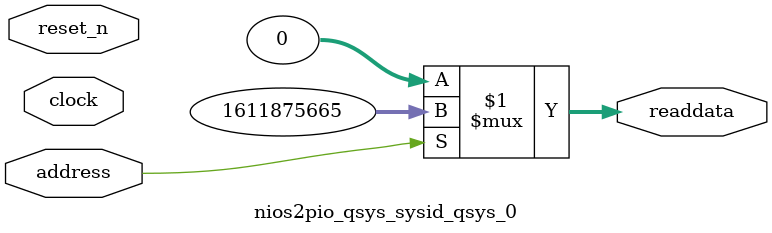
<source format=v>



// synthesis translate_off
`timescale 1ns / 1ps
// synthesis translate_on

// turn off superfluous verilog processor warnings 
// altera message_level Level1 
// altera message_off 10034 10035 10036 10037 10230 10240 10030 

module nios2pio_qsys_sysid_qsys_0 (
               // inputs:
                address,
                clock,
                reset_n,

               // outputs:
                readdata
             )
;

  output  [ 31: 0] readdata;
  input            address;
  input            clock;
  input            reset_n;

  wire    [ 31: 0] readdata;
  //control_slave, which is an e_avalon_slave
  assign readdata = address ? 1611875665 : 0;

endmodule



</source>
